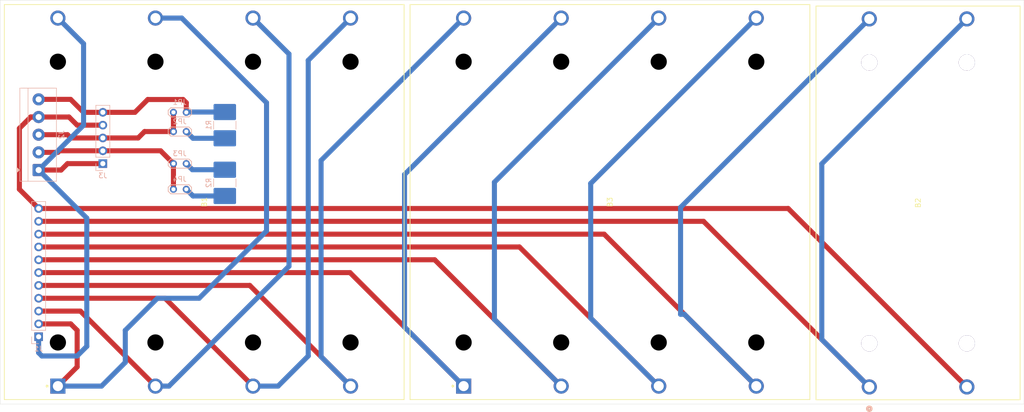
<source format=kicad_pcb>
(kicad_pcb (version 20241229) (generator "pcbnew") (generator_version "9.0")
  (layers (0 "F.Cu" signal) (2 "B.Cu" signal) (13 "F.Paste" user) (15 "B.Paste" user) (5 "F.SilkS" user "F.Silkscreen") (7 "B.SilkS" user "B.Silkscreen") (1 "F.Mask" user) (3 "B.Mask" user) (25 "Edge.Cuts" user))
  (net 0 "")
  (net 1 "Net-(J1-B3)")
  (net 2 "Net-(J1-B2)")
  (net 3 "Net-(J1-B1)")
  (net 4 "Net-(J1-B4)")
  (net 5 "Net-(J1-B-)")
  (net 6 "Net-(J1-B+)")
  (net 7 "Net-(J1-B9)")
  (net 8 "Net-(J1-B8)")
  (net 9 "Net-(J1-B7)")
  (net 10 "Net-(J1-B5)")
  (net 11 "Net-(J1-B6)")
  (net 12 "Net-(J2-P-)")
  (net 13 "Net-(J2-C-)")
  (net 14 "Net-(J2-GND)")
  (net 15 "Net-(JP2-A)")
  (net 16 "Net-(JP4-A)")
  (footprint "BAT8:BK-18650-PC8_MPD" (layer "F.Cu") (at 68.58 102.490005 90)
    (property "Reference" "B1" (at 36.450005 28.950007 90) (layer "F.SilkS"))
    (property "Value" "BK-18650-PC8")
    (fp_line (start 75.566005 -10.597793) (end -2.665995 -10.597793) (stroke (width 0.1524)) (layer "F.SilkS"))
    (fp_line (start -2.665995 -10.597793) (end -2.665995 68.497807) (stroke (width 0.1524)) (layer "F.SilkS"))
    (fp_line (start 75.566005 68.497807) (end 75.566005 -10.597793) (stroke (width 0.1524)) (layer "F.SilkS"))
    (fp_line (start -2.665995 68.497807) (end 75.566005 68.497807) (stroke (width 0.1524)) (layer "F.SilkS"))
    (fp_text user "*" (at 0 -1.8161 90) (layer "F.SilkS"))
    (fp_text user "*" (at 0 -1.8161 90) (layer "F.SilkS"))
    (pad "" np_thru_hole circle (at 8.644999 0 90) (size 3.2004 3.2004) (drill 3.2004) (layers))
    (pad "" np_thru_hole circle (at 8.644999 19.3 90) (size 3.2004 3.2004) (drill 3.2004) (layers))
    (pad "" np_thru_hole circle (at 8.644999 38.6 90) (size 3.2004 3.2004) (drill 3.2004) (layers))
    (pad "" np_thru_hole circle (at 8.644999 57.899999 90) (size 3.2004 3.2004) (drill 3.2004) (layers))
    (pad "" np_thru_hole circle (at 64.25501 0 90) (size 3.2004 3.2004) (drill 3.2004) (layers))
    (pad "" np_thru_hole circle (at 64.25501 19.300013 90) (size 3.2004 3.2004) (drill 3.2004) (layers))
    (pad "" np_thru_hole circle (at 64.25501 38.600013 90) (size 3.2004 3.2004) (drill 3.2004) (layers))
    (pad "" np_thru_hole circle (at 64.25501 57.900012 90) (size 3.2004 3.2004) (drill 3.2004) (layers))
    (pad "1" thru_hole rect (at 0 0 90) (size 3 3) (drill 2) (layers "*.Cu" "*.Mask") (net 3 "Net-(J1-B1)"))
    (pad "2" thru_hole circle (at 0 19.3 90) (size 3 3) (drill 2) (layers "*.Cu" "*.Mask") (net 2 "Net-(J1-B2)"))
    (pad "3" thru_hole circle (at 0 38.6 90) (size 3 3) (drill 2) (layers "*.Cu" "*.Mask") (net 1 "Net-(J1-B3)"))
    (pad "4" thru_hole circle (at 0 57.899999 90) (size 3 3) (drill 2) (layers "*.Cu" "*.Mask") (net 4 "Net-(J1-B4)"))
    (pad "5" thru_hole circle (at 72.90001 57.900012 90) (size 3 3) (drill 2) (layers "*.Cu" "*.Mask") (net 1 "Net-(J1-B3)"))
    (pad "6" thru_hole circle (at 72.90001 38.600013 90) (size 3 3) (drill 2) (layers "*.Cu" "*.Mask") (net 2 "Net-(J1-B2)"))
    (pad "7" thru_hole circle (at 72.90001 19.300013 90) (size 3 3) (drill 2) (layers "*.Cu" "*.Mask") (net 3 "Net-(J1-B1)"))
    (pad "8" thru_hole circle (at 72.90001 0 90) (size 3 3) (drill 2) (layers "*.Cu" "*.Mask") (net 5 "Net-(J1-B-)"))
  )
  (footprint "BAT4:BK-18650-PC4_MPD" (layer "F.Cu") (at 229.109999 102.655117 90)
    (property "Reference" "B2" (at 36.450017 9.650001 90) (layer "F.SilkS"))
    (property "Value" "BK-18650-PC4")
    (fp_line (start 75.439017 -10.542999) (end -2.538983 -10.542999) (stroke (width 0.1524)) (layer "F.SilkS"))
    (fp_line (start -2.538983 -10.542999) (end -2.538983 29.843001) (stroke (width 0.1524)) (layer "F.SilkS"))
    (fp_line (start 75.439017 29.843001) (end 75.439017 -10.542999) (stroke (width 0.1524)) (layer "F.SilkS"))
    (fp_line (start -2.538983 29.843001) (end 75.439017 29.843001) (stroke (width 0.1524)) (layer "F.SilkS"))
    (fp_circle (center -4.316983 0) (end -3.935983 0) (stroke (width 0.508)) (fill no) (layer "F.SilkS"))
    (fp_circle (center -4.316983 0) (end -3.935983 0) (stroke (width 0.508)) (fill no) (layer "B.SilkS"))
    (pad "1" thru_hole circle (at 0 0 90) (size 3 3) (drill 2) (layers "*.Cu" "*.Mask") (net 7 "Net-(J1-B9)"))
    (pad "2" thru_hole circle (at 0 19.300002 90) (size 3 3) (drill 2) (layers "*.Cu" "*.Mask") (net 6 "Net-(J1-B+)"))
    (pad "3" thru_hole circle (at 72.900023 19.300002 90) (size 3 3) (drill 2) (layers "*.Cu" "*.Mask") (net 7 "Net-(J1-B9)"))
    (pad "4" thru_hole circle (at 72.900023 0 90) (size 3 3) (drill 2) (layers "*.Cu" "*.Mask") (net 8 "Net-(J1-B8)"))
    (pad "5" thru_hole circle (at 8.640014 19.300002 90) (size 3.2004 3.2004) (drill 3.2004) (layers "*.Cu" "*.Mask"))
    (pad "6" thru_hole circle (at 64.26002 19.300002 90) (size 3.2004 3.2004) (drill 3.2004) (layers "*.Cu" "*.Mask"))
    (pad "7" thru_hole circle (at 8.640014 0 90) (size 3.2004 3.2004) (drill 3.2004) (layers "*.Cu" "*.Mask"))
    (pad "8" thru_hole circle (at 64.26002 0 90) (size 3.2004 3.2004) (drill 3.2004) (layers "*.Cu" "*.Mask"))
  )
  (footprint "BAT8:BK-18650-PC8_MPD" (layer "F.Cu") (at 148.849993 102.490005 90)
    (property "Reference" "B3" (at 36.450005 28.950007 90) (layer "F.SilkS"))
    (property "Value" "BK-18650-PC8")
    (fp_line (start 75.566005 -10.597793) (end -2.665995 -10.597793) (stroke (width 0.1524)) (layer "F.SilkS"))
    (fp_line (start -2.665995 -10.597793) (end -2.665995 68.497807) (stroke (width 0.1524)) (layer "F.SilkS"))
    (fp_line (start 75.566005 68.497807) (end 75.566005 -10.597793) (stroke (width 0.1524)) (layer "F.SilkS"))
    (fp_line (start -2.665995 68.497807) (end 75.566005 68.497807) (stroke (width 0.1524)) (layer "F.SilkS"))
    (fp_text user "*" (at 0 -1.8161 90) (layer "F.SilkS"))
    (fp_text user "*" (at 0 -1.8161 90) (layer "F.SilkS"))
    (pad "" np_thru_hole circle (at 8.644999 0 90) (size 3.2004 3.2004) (drill 3.2004) (layers))
    (pad "" np_thru_hole circle (at 8.644999 19.3 90) (size 3.2004 3.2004) (drill 3.2004) (layers))
    (pad "" np_thru_hole circle (at 8.644999 38.6 90) (size 3.2004 3.2004) (drill 3.2004) (layers))
    (pad "" np_thru_hole circle (at 8.644999 57.899999 90) (size 3.2004 3.2004) (drill 3.2004) (layers))
    (pad "" np_thru_hole circle (at 64.25501 0 90) (size 3.2004 3.2004) (drill 3.2004) (layers))
    (pad "" np_thru_hole circle (at 64.25501 19.300013 90) (size 3.2004 3.2004) (drill 3.2004) (layers))
    (pad "" np_thru_hole circle (at 64.25501 38.600013 90) (size 3.2004 3.2004) (drill 3.2004) (layers))
    (pad "" np_thru_hole circle (at 64.25501 57.900012 90) (size 3.2004 3.2004) (drill 3.2004) (layers))
    (pad "1" thru_hole rect (at 0 0 90) (size 3 3) (drill 2) (layers "*.Cu" "*.Mask") (net 10 "Net-(J1-B5)"))
    (pad "2" thru_hole circle (at 0 19.3 90) (size 3 3) (drill 2) (layers "*.Cu" "*.Mask") (net 11 "Net-(J1-B6)"))
    (pad "3" thru_hole circle (at 0 38.6 90) (size 3 3) (drill 2) (layers "*.Cu" "*.Mask") (net 9 "Net-(J1-B7)"))
    (pad "4" thru_hole circle (at 0 57.899999 90) (size 3 3) (drill 2) (layers "*.Cu" "*.Mask") (net 8 "Net-(J1-B8)"))
    (pad "5" thru_hole circle (at 72.90001 57.900012 90) (size 3 3) (drill 2) (layers "*.Cu" "*.Mask") (net 9 "Net-(J1-B7)"))
    (pad "6" thru_hole circle (at 72.90001 38.600013 90) (size 3 3) (drill 2) (layers "*.Cu" "*.Mask") (net 11 "Net-(J1-B6)"))
    (pad "7" thru_hole circle (at 72.90001 19.300013 90) (size 3 3) (drill 2) (layers "*.Cu" "*.Mask") (net 10 "Net-(J1-B5)"))
    (pad "8" thru_hole circle (at 72.90001 0 90) (size 3 3) (drill 2) (layers "*.Cu" "*.Mask") (net 4 "Net-(J1-B4)"))
  )
  (footprint "Resistor_SMD:R_2816_7142Metric_Pad3.20x4.45mm_HandSolder" (layer "B.Cu") (at 101.6 62.23 -90)
    (property "Reference" "R2" (at 0 3.18 90) (layer "B.SilkS") (effects (justify mirror)))
    (property "Value" "R")
    (fp_line (start -0.797369 2.21) (end 0.797369 2.21) (stroke (width 0.12)) (layer "B.SilkS"))
    (fp_line (start -0.797369 -2.21) (end 0.797369 -2.21) (stroke (width 0.12)) (layer "B.SilkS"))
    (pad "1" smd roundrect (at -2.6 0 270) (size 3.2 4.45) (layers "B.Cu" "B.Mask" "B.Paste") (roundrect_rratio 0.078125) (net 14 "Net-(J2-GND)"))
    (pad "2" smd roundrect (at 2.6 0 270) (size 3.2 4.45) (layers "B.Cu" "B.Mask" "B.Paste") (roundrect_rratio 0.078125) (net 16 "Net-(JP4-A)"))
  )
  (footprint "TestPoint:TestPoint_2Pads_Pitch2.54mm_Drill0.8mm" (layer "B.Cu") (at 93.98 52.07 180)
    (property "Reference" "JP2" (at 1.3 2 0) (layer "B.SilkS") (effects (justify mirror)))
    (property "Value" "Jumper_2_Open")
    (fp_line (start 3.57 0.4) (end 3.57 -0.4) (stroke (width 0.15)) (layer "B.SilkS"))
    (fp_line (start 3.57 -0.4) (end 3.07 -0.9) (stroke (width 0.15)) (layer "B.SilkS"))
    (fp_line (start 3.07 0.9) (end 3.57 0.4) (stroke (width 0.15)) (layer "B.SilkS"))
    (fp_line (start 3.07 -0.9) (end -0.53 -0.9) (stroke (width 0.15)) (layer "B.SilkS"))
    (fp_line (start -0.53 0.9) (end 3.07 0.9) (stroke (width 0.15)) (layer "B.SilkS"))
    (fp_line (start -0.53 -0.9) (end -1.03 -0.4) (stroke (width 0.15)) (layer "B.SilkS"))
    (fp_line (start -1.03 0.4) (end -0.53 0.9) (stroke (width 0.15)) (layer "B.SilkS"))
    (fp_line (start -1.03 -0.4) (end -1.03 0.4) (stroke (width 0.15)) (layer "B.SilkS"))
    (pad "1" thru_hole circle (at 0 0 180) (size 1.4 1.4) (drill 0.8) (layers "*.Cu" "*.Mask") (net 15 "Net-(JP2-A)"))
    (pad "2" thru_hole circle (at 2.54 0 180) (size 1.4 1.4) (drill 0.8) (layers "*.Cu" "*.Mask") (net 12 "Net-(J2-P-)"))
  )
  (footprint "TestPoint:TestPoint_2Pads_Pitch2.54mm_Drill0.8mm" (layer "B.Cu") (at 93.98 63.5 180)
    (property "Reference" "JP4" (at 1.3 2 0) (layer "B.SilkS") (effects (justify mirror)))
    (property "Value" "Jumper_2_Open")
    (fp_line (start 3.57 0.4) (end 3.57 -0.4) (stroke (width 0.15)) (layer "B.SilkS"))
    (fp_line (start 3.57 -0.4) (end 3.07 -0.9) (stroke (width 0.15)) (layer "B.SilkS"))
    (fp_line (start 3.07 0.9) (end 3.57 0.4) (stroke (width 0.15)) (layer "B.SilkS"))
    (fp_line (start 3.07 -0.9) (end -0.53 -0.9) (stroke (width 0.15)) (layer "B.SilkS"))
    (fp_line (start -0.53 0.9) (end 3.07 0.9) (stroke (width 0.15)) (layer "B.SilkS"))
    (fp_line (start -0.53 -0.9) (end -1.03 -0.4) (stroke (width 0.15)) (layer "B.SilkS"))
    (fp_line (start -1.03 0.4) (end -0.53 0.9) (stroke (width 0.15)) (layer "B.SilkS"))
    (fp_line (start -1.03 -0.4) (end -1.03 0.4) (stroke (width 0.15)) (layer "B.SilkS"))
    (pad "1" thru_hole circle (at 0 0 180) (size 1.4 1.4) (drill 0.8) (layers "*.Cu" "*.Mask") (net 16 "Net-(JP4-A)"))
    (pad "2" thru_hole circle (at 2.54 0 180) (size 1.4 1.4) (drill 0.8) (layers "*.Cu" "*.Mask") (net 13 "Net-(J2-C-)"))
  )
  (footprint "Connector_PinHeader_2.54mm:PinHeader_1x05_P2.54mm_Vertical" (layer "B.Cu") (at 77.47 58.42)
    (property "Reference" "J3" (at 0 2.38 0) (layer "B.SilkS") (effects (justify mirror)))
    (property "Value" "Conn_01x05_Socket")
    (fp_line (start -1.38 -11.54) (end 1.38 -11.54) (stroke (width 0.12)) (layer "B.SilkS"))
    (fp_line (start -1.38 -1.27) (end -1.38 -11.54) (stroke (width 0.12)) (layer "B.SilkS"))
    (fp_line (start -1.38 -1.27) (end 1.38 -1.27) (stroke (width 0.12)) (layer "B.SilkS"))
    (fp_line (start -1.38 0) (end -1.38 1.38) (stroke (width 0.12)) (layer "B.SilkS"))
    (fp_line (start -1.38 1.38) (end 0 1.38) (stroke (width 0.12)) (layer "B.SilkS"))
    (fp_line (start 1.38 -1.27) (end 1.38 -11.54) (stroke (width 0.12)) (layer "B.SilkS"))
    (pad "1" thru_hole rect (at 0 0) (size 1.7 1.7) (drill 1) (layers "*.Cu" "*.Mask") (net 5 "Net-(J1-B-)"))
    (pad "2" thru_hole circle (at 0 -2.54) (size 1.7 1.7) (drill 1) (layers "*.Cu" "*.Mask") (net 13 "Net-(J2-C-)"))
    (pad "3" thru_hole circle (at 0 -5.08) (size 1.7 1.7) (drill 1) (layers "*.Cu" "*.Mask") (net 12 "Net-(J2-P-)"))
    (pad "4" thru_hole circle (at 0 -7.62) (size 1.7 1.7) (drill 1) (layers "*.Cu" "*.Mask") (net 6 "Net-(J1-B+)"))
    (pad "5" thru_hole circle (at 0 -10.16) (size 1.7 1.7) (drill 1) (layers "*.Cu" "*.Mask") (net 14 "Net-(J2-GND)"))
  )
  (footprint "TestPoint:TestPoint_2Pads_Pitch2.54mm_Drill0.8mm" (layer "B.Cu") (at 93.98 58.42 180)
    (property "Reference" "JP3" (at 1.3 2 0) (layer "B.SilkS") (effects (justify mirror)))
    (property "Value" "Jumper_2_Open")
    (fp_line (start 3.57 0.4) (end 3.57 -0.4) (stroke (width 0.15)) (layer "B.SilkS"))
    (fp_line (start 3.57 -0.4) (end 3.07 -0.9) (stroke (width 0.15)) (layer "B.SilkS"))
    (fp_line (start 3.07 0.9) (end 3.57 0.4) (stroke (width 0.15)) (layer "B.SilkS"))
    (fp_line (start 3.07 -0.9) (end -0.53 -0.9) (stroke (width 0.15)) (layer "B.SilkS"))
    (fp_line (start -0.53 0.9) (end 3.07 0.9) (stroke (width 0.15)) (layer "B.SilkS"))
    (fp_line (start -0.53 -0.9) (end -1.03 -0.4) (stroke (width 0.15)) (layer "B.SilkS"))
    (fp_line (start -1.03 0.4) (end -0.53 0.9) (stroke (width 0.15)) (layer "B.SilkS"))
    (fp_line (start -1.03 -0.4) (end -1.03 0.4) (stroke (width 0.15)) (layer "B.SilkS"))
    (pad "1" thru_hole circle (at 0 0 180) (size 1.4 1.4) (drill 0.8) (layers "*.Cu" "*.Mask") (net 14 "Net-(J2-GND)"))
    (pad "2" thru_hole circle (at 2.54 0 180) (size 1.4 1.4) (drill 0.8) (layers "*.Cu" "*.Mask") (net 13 "Net-(J2-C-)"))
  )
  (footprint "TerminalBlock_4Ucon:TerminalBlock_4Ucon_1x05_P3.50mm_Horizontal" (layer "B.Cu") (at 64.77 59.69 90)
    (property "Reference" "J2" (at 7 4.52 90) (layer "B.SilkS") (effects (justify mirror)))
    (property "Value" "Conn_01x05_Socket")
    (fp_line (start 0.3 -3.72) (end 16.22 -3.72) (stroke (width 0.12)) (layer "B.SilkS"))
    (fp_line (start -2.22 -3.72) (end -0.3 -3.72) (stroke (width 0.12)) (layer "B.SilkS"))
    (fp_line (start -2.22 -2.1) (end 16.22 -2.1) (stroke (width 0.12)) (layer "B.SilkS"))
    (fp_line (start 16.22 3.52) (end 16.22 -3.72) (stroke (width 0.12)) (layer "B.SilkS"))
    (fp_line (start -2.22 3.52) (end -2.22 -3.72) (stroke (width 0.12)) (layer "B.SilkS"))
    (fp_line (start -2.22 3.52) (end 16.22 3.52) (stroke (width 0.12)) (layer "B.SilkS"))
    (fp_poly (pts (xy 0 -3.72) (xy 0.44 -4.33) (xy -0.44 -4.33)) (stroke (width 0.12)) (fill yes) (layer "B.SilkS"))
    (pad "1" thru_hole roundrect (at 0 0 90) (size 2.4 2.4) (drill 1.2) (layers "*.Cu" "*.Mask") (roundrect_rratio 0.104167) (net 5 "Net-(J1-B-)"))
    (pad "2" thru_hole circle (at 3.5 0 90) (size 2.4 2.4) (drill 1.2) (layers "*.Cu" "*.Mask") (net 13 "Net-(J2-C-)"))
    (pad "3" thru_hole circle (at 7 0 90) (size 2.4 2.4) (drill 1.2) (layers "*.Cu" "*.Mask") (net 12 "Net-(J2-P-)"))
    (pad "4" thru_hole circle (at 10.5 0 90) (size 2.4 2.4) (drill 1.2) (layers "*.Cu" "*.Mask") (net 6 "Net-(J1-B+)"))
    (pad "5" thru_hole circle (at 14 0 90) (size 2.4 2.4) (drill 1.2) (layers "*.Cu" "*.Mask") (net 14 "Net-(J2-GND)"))
  )
  (footprint "Resistor_SMD:R_2816_7142Metric_Pad3.20x4.45mm_HandSolder" (layer "B.Cu") (at 101.6 50.8 -90)
    (property "Reference" "R1" (at 0 3.18 90) (layer "B.SilkS") (effects (justify mirror)))
    (property "Value" "R")
    (fp_line (start -0.797369 2.21) (end 0.797369 2.21) (stroke (width 0.12)) (layer "B.SilkS"))
    (fp_line (start -0.797369 -2.21) (end 0.797369 -2.21) (stroke (width 0.12)) (layer "B.SilkS"))
    (pad "1" smd roundrect (at -2.6 0 270) (size 3.2 4.45) (layers "B.Cu" "B.Mask" "B.Paste") (roundrect_rratio 0.078125) (net 14 "Net-(J2-GND)"))
    (pad "2" smd roundrect (at 2.6 0 270) (size 3.2 4.45) (layers "B.Cu" "B.Mask" "B.Paste") (roundrect_rratio 0.078125) (net 15 "Net-(JP2-A)"))
  )
  (footprint "Connector_PinHeader_2.54mm:PinHeader_1x11_P2.54mm_Vertical" (layer "B.Cu") (at 64.77 92.71)
    (property "Reference" "J1" (at 0 2.38 0) (layer "B.SilkS") (effects (justify mirror)))
    (property "Value" "Conn_01x11_Socket")
    (fp_line (start -1.38 -26.78) (end 1.38 -26.78) (stroke (width 0.12)) (layer "B.SilkS"))
    (fp_line (start -1.38 -1.27) (end -1.38 -26.78) (stroke (width 0.12)) (layer "B.SilkS"))
    (fp_line (start -1.38 -1.27) (end 1.38 -1.27) (stroke (width 0.12)) (layer "B.SilkS"))
    (fp_line (start -1.38 0) (end -1.38 1.38) (stroke (width 0.12)) (layer "B.SilkS"))
    (fp_line (start -1.38 1.38) (end 0 1.38) (stroke (width 0.12)) (layer "B.SilkS"))
    (fp_line (start 1.38 -1.27) (end 1.38 -26.78) (stroke (width 0.12)) (layer "B.SilkS"))
    (pad "1" thru_hole rect (at 0 0) (size 1.7 1.7) (drill 1) (layers "*.Cu" "*.Mask") (net 5 "Net-(J1-B-)"))
    (pad "2" thru_hole circle (at 0 -2.54) (size 1.7 1.7) (drill 1) (layers "*.Cu" "*.Mask") (net 3 "Net-(J1-B1)"))
    (pad "3" thru_hole circle (at 0 -5.08) (size 1.7 1.7) (drill 1) (layers "*.Cu" "*.Mask") (net 2 "Net-(J1-B2)"))
    (pad "4" thru_hole circle (at 0 -7.62) (size 1.7 1.7) (drill 1) (layers "*.Cu" "*.Mask") (net 1 "Net-(J1-B3)"))
    (pad "5" thru_hole circle (at 0 -10.16) (size 1.7 1.7) (drill 1) (layers "*.Cu" "*.Mask") (net 4 "Net-(J1-B4)"))
    (pad "6" thru_hole circle (at 0 -12.7) (size 1.7 1.7) (drill 1) (layers "*.Cu" "*.Mask") (net 10 "Net-(J1-B5)"))
    (pad "7" thru_hole circle (at 0 -15.24) (size 1.7 1.7) (drill 1) (layers "*.Cu" "*.Mask") (net 11 "Net-(J1-B6)"))
    (pad "8" thru_hole circle (at 0 -17.78) (size 1.7 1.7) (drill 1) (layers "*.Cu" "*.Mask") (net 9 "Net-(J1-B7)"))
    (pad "9" thru_hole circle (at 0 -20.32) (size 1.7 1.7) (drill 1) (layers "*.Cu" "*.Mask") (net 8 "Net-(J1-B8)"))
    (pad "10" thru_hole circle (at 0 -22.86) (size 1.7 1.7) (drill 1) (layers "*.Cu" "*.Mask") (net 7 "Net-(J1-B9)"))
    (pad "11" thru_hole circle (at 0 -25.4) (size 1.7 1.7) (drill 1) (layers "*.Cu" "*.Mask") (net 6 "Net-(J1-B+)"))
  )
  (footprint "TestPoint:TestPoint_2Pads_Pitch2.54mm_Drill0.8mm" (layer "B.Cu") (at 93.98 48.26 180)
    (property "Reference" "JP1" (at 1.3 2 0) (layer "B.SilkS") (effects (justify mirror)))
    (property "Value" "Jumper_2_Open")
    (fp_line (start 3.57 0.4) (end 3.57 -0.4) (stroke (width 0.15)) (layer "B.SilkS"))
    (fp_line (start 3.57 -0.4) (end 3.07 -0.9) (stroke (width 0.15)) (layer "B.SilkS"))
    (fp_line (start 3.07 0.9) (end 3.57 0.4) (stroke (width 0.15)) (layer "B.SilkS"))
    (fp_line (start 3.07 -0.9) (end -0.53 -0.9) (stroke (width 0.15)) (layer "B.SilkS"))
    (fp_line (start -0.53 0.9) (end 3.07 0.9) (stroke (width 0.15)) (layer "B.SilkS"))
    (fp_line (start -0.53 -0.9) (end -1.03 -0.4) (stroke (width 0.15)) (layer "B.SilkS"))
    (fp_line (start -1.03 0.4) (end -0.53 0.9) (stroke (width 0.15)) (layer "B.SilkS"))
    (fp_line (start -1.03 -0.4) (end -1.03 0.4) (stroke (width 0.15)) (layer "B.SilkS"))
    (pad "1" thru_hole circle (at 0 0 180) (size 1.4 1.4) (drill 0.8) (layers "*.Cu" "*.Mask") (net 14 "Net-(J2-GND)"))
    (pad "2" thru_hole circle (at 2.54 0 180) (size 1.4 1.4) (drill 0.8) (layers "*.Cu" "*.Mask") (net 12 "Net-(J2-P-)"))
  )
  (gr_rect (start 57.15 26.035) (end 259.715 106.045) (stroke (width 0.05)) (fill no) (layer "Edge.Cuts"))
  (segment (start 64.77 85.09) (end 89.779995 85.09) (width 1) (layer "F.Cu") (net 1))
  (segment (start 89.779995 85.09) (end 107.18 102.490005) (width 1) (layer "F.Cu") (net 1))
  (segment (start 118.11 96.52) (end 118.11 37.960007) (width 1) (layer "B.Cu") (net 1))
  (segment (start 107.18 102.490005) (end 112.139995 102.490005) (width 1) (layer "B.Cu") (net 1))
  (segment (start 112.139995 102.490005) (end 118.11 96.52) (width 1) (layer "B.Cu") (net 1))
  (segment (start 118.11 37.960007) (end 126.480012 29.589995) (width 1) (layer "B.Cu") (net 1))
  (segment (start 64.77 87.63) (end 73.019995 87.63) (width 1) (layer "F.Cu") (net 2))
  (segment (start 73.019995 87.63) (end 87.88 102.490005) (width 1) (layer "F.Cu") (net 2))
  (segment (start 114.3 36.709982) (end 107.180013 29.589995) (width 1) (layer "B.Cu") (net 2))
  (segment (start 90.549995 102.490005) (end 114.3 78.74) (width 1) (layer "B.Cu") (net 2))
  (segment (start 87.88 102.490005) (end 90.549995 102.490005) (width 1) (layer "B.Cu") (net 2))
  (segment (start 114.3 78.74) (end 114.3 36.709982) (width 1) (layer "B.Cu") (net 2))
  (segment (start 72.39 91.44) (end 72.39 98.680005) (width 1) (layer "F.Cu") (net 3))
  (segment (start 64.77 90.17) (end 71.12 90.17) (width 1) (layer "F.Cu") (net 3))
  (segment (start 71.12 90.17) (end 72.39 91.44) (width 1) (layer "F.Cu") (net 3))
  (segment (start 72.39 98.680005) (end 68.58 102.490005) (width 1) (layer "F.Cu") (net 3))
  (segment (start 81.915 97.79) (end 81.915 91.44) (width 1) (layer "B.Cu") (net 3))
  (segment (start 93.089995 29.589995) (end 87.880013 29.589995) (width 1) (layer "B.Cu") (net 3))
  (segment (start 88.265 85.09) (end 96.52 85.09) (width 1) (layer "B.Cu") (net 3))
  (segment (start 77.214995 102.490005) (end 81.915 97.79) (width 1) (layer "B.Cu") (net 3))
  (segment (start 68.58 102.490005) (end 77.214995 102.490005) (width 1) (layer "B.Cu") (net 3))
  (segment (start 109.855 71.755) (end 109.855 46.355) (width 1) (layer "B.Cu") (net 3))
  (segment (start 109.855 46.355) (end 93.089995 29.589995) (width 1) (layer "B.Cu") (net 3))
  (segment (start 81.915 91.44) (end 88.265 85.09) (width 1) (layer "B.Cu") (net 3))
  (segment (start 96.52 85.09) (end 109.855 71.755) (width 1) (layer "B.Cu") (net 3))
  (segment (start 64.77 82.55) (end 106.539994 82.55) (width 1) (layer "F.Cu") (net 4))
  (segment (start 106.539994 82.55) (end 126.479999 102.490005) (width 1) (layer "F.Cu") (net 4))
  (segment (start 126.479999 102.490005) (end 120.65 96.660006) (width 1) (layer "B.Cu") (net 4))
  (segment (start 120.65 96.660006) (end 120.65 57.789988) (width 1) (layer "B.Cu") (net 4))
  (segment (start 120.65 57.789988) (end 148.849993 29.589995) (width 1) (layer "B.Cu") (net 4))
  (segment (start 69.215 59.69) (end 70.485 58.42) (width 1) (layer "F.Cu") (net 5))
  (segment (start 64.77 59.69) (end 69.215 59.69) (width 1) (layer "F.Cu") (net 5))
  (segment (start 77.47 58.42) (end 70.485 58.42) (width 1) (layer "F.Cu") (net 5))
  (segment (start 73.66 34.669995) (end 73.66 50.8) (width 1) (layer "B.Cu") (net 5))
  (segment (start 73.66 50.8) (end 64.77 59.69) (width 1) (layer "B.Cu") (net 5))
  (segment (start 64.77 95.885) (end 65.405 96.52) (width 1) (layer "B.Cu") (net 5))
  (segment (start 72.39 96.52) (end 74.295 94.615) (width 1) (layer "B.Cu") (net 5))
  (segment (start 74.295 69.215) (end 64.77 59.69) (width 1) (layer "B.Cu") (net 5))
  (segment (start 68.58 29.589995) (end 73.66 34.669995) (width 1) (layer "B.Cu") (net 5))
  (segment (start 74.295 94.615) (end 74.295 69.215) (width 1) (layer "B.Cu") (net 5))
  (segment (start 65.405 96.52) (end 72.39 96.52) (width 1) (layer "B.Cu") (net 5))
  (segment (start 64.77 92.71) (end 64.77 95.885) (width 1) (layer "B.Cu") (net 5))
  (segment (start 70.78 49.19) (end 72.39 50.8) (width 1) (layer "F.Cu") (net 6))
  (segment (start 60.96 63.5) (end 64.77 67.31) (width 1) (layer "F.Cu") (net 6))
  (segment (start 64.77 49.19) (end 63.205 49.19) (width 1) (layer "F.Cu") (net 6))
  (segment (start 213.064884 67.31) (end 248.410001 102.655117) (width 1) (layer "F.Cu") (net 6))
  (segment (start 60.96 51.435) (end 60.96 63.5) (width 1) (layer "F.Cu") (net 6))
  (segment (start 72.39 50.8) (end 77.47 50.8) (width 1) (layer "F.Cu") (net 6))
  (segment (start 64.77 49.19) (end 70.78 49.19) (width 1) (layer "F.Cu") (net 6))
  (segment (start 64.77 49.19) (end 63.16 49.19) (width 1) (layer "F.Cu") (net 6))
  (segment (start 64.77 67.31) (end 213.064884 67.31) (width 1) (layer "F.Cu") (net 6))
  (segment (start 63.205 49.19) (end 60.96 51.435) (width 1) (layer "F.Cu") (net 6))
  (segment (start 196.304882 69.85) (end 229.109999 102.655117) (width 1) (layer "F.Cu") (net 7))
  (segment (start 64.77 69.85) (end 196.304882 69.85) (width 1) (layer "F.Cu") (net 7))
  (segment (start 219.71 58.455095) (end 248.410001 29.755094) (width 1) (layer "B.Cu") (net 7))
  (segment (start 219.71 93.255118) (end 219.71 58.455095) (width 1) (layer "B.Cu") (net 7))
  (segment (start 229.109999 102.655117) (end 219.71 93.255118) (width 1) (layer "B.Cu") (net 7))
  (segment (start 176.649987 72.39) (end 206.749992 102.490005) (width 1) (layer "F.Cu") (net 8))
  (segment (start 64.77 72.39) (end 176.649987 72.39) (width 1) (layer "F.Cu") (net 8))
  (segment (start 191.77 88.265) (end 191.77 67.095093) (width 1) (layer "B.Cu") (net 8))
  (segment (start 206.749992 102.490005) (end 192.524987 88.265) (width 1) (layer "B.Cu") (net 8))
  (segment (start 192.524987 88.265) (end 191.77 88.265) (width 1) (layer "B.Cu") (net 8))
  (segment (start 191.77 67.095093) (end 229.109999 29.755094) (width 1) (layer "B.Cu") (net 8))
  (segment (start 64.77 74.93) (end 159.889988 74.93) (width 1) (layer "F.Cu") (net 9))
  (segment (start 159.889988 74.93) (end 187.449993 102.490005) (width 1) (layer "F.Cu") (net 9))
  (segment (start 173.99 62.35) (end 206.750005 29.589995) (width 1) (layer "B.Cu") (net 9))
  (segment (start 173.99 89.030012) (end 173.99 62.35) (width 1) (layer "B.Cu") (net 9))
  (segment (start 187.449993 102.490005) (end 173.99 89.030012) (width 1) (layer "B.Cu") (net 9))
  (segment (start 64.77 80.01) (end 126.369988 80.01) (width 1) (layer "F.Cu") (net 10))
  (segment (start 126.369988 80.01) (end 148.849993 102.490005) (width 1) (layer "F.Cu") (net 10))
  (segment (start 137.16 60.580001) (end 168.150006 29.589995) (width 1) (layer "B.Cu") (net 10))
  (segment (start 137.16 90.800012) (end 137.16 60.580001) (width 1) (layer "B.Cu") (net 10))
  (segment (start 148.849993 102.490005) (end 137.16 90.800012) (width 1) (layer "B.Cu") (net 10))
  (segment (start 64.77 77.47) (end 143.129988 77.47) (width 1) (layer "F.Cu") (net 11))
  (segment (start 143.129988 77.47) (end 168.149993 102.490005) (width 1) (layer "F.Cu") (net 11))
  (segment (start 154.94 89.280012) (end 154.94 62.100001) (width 1) (layer "B.Cu") (net 11))
  (segment (start 154.94 62.100001) (end 187.450006 29.589995) (width 1) (layer "B.Cu") (net 11))
  (segment (start 168.149993 102.490005) (end 154.94 89.280012) (width 1) (layer "B.Cu") (net 11))
  (segment (start 91.44 48.26) (end 91.44 52.07) (width 1) (layer "F.Cu") (net 12))
  (segment (start 85.725 52.07) (end 91.44 52.07) (width 1) (layer "F.Cu") (net 12))
  (segment (start 77.47 53.34) (end 71.135 53.34) (width 1) (layer "F.Cu") (net 12))
  (segment (start 77.47 53.34) (end 84.455 53.34) (width 1) (layer "F.Cu") (net 12))
  (segment (start 64.77 52.69) (end 70.485 52.69) (width 1) (layer "F.Cu") (net 12))
  (segment (start 71.135 53.34) (end 70.485 52.69) (width 1) (layer "F.Cu") (net 12))
  (segment (start 84.455 53.34) (end 85.725 52.07) (width 1) (layer "F.Cu") (net 12))
  (segment (start 91.44 58.42) (end 91.44 63.5) (width 1) (layer "F.Cu") (net 13))
  (segment (start 68.89 55.88) (end 68.58 56.19) (width 1) (layer "F.Cu") (net 13))
  (segment (start 88.9 55.88) (end 91.44 58.42) (width 1) (layer "F.Cu") (net 13))
  (segment (start 77.47 55.88) (end 68.89 55.88) (width 1) (layer "F.Cu") (net 13))
  (segment (start 64.77 56.19) (end 68.58 56.19) (width 1) (layer "F.Cu") (net 13))
  (segment (start 77.47 55.88) (end 88.9 55.88) (width 1) (layer "F.Cu") (net 13))
  (segment (start 64.77 45.69) (end 71.09 45.69) (width 1) (layer "F.Cu") (net 14))
  (segment (start 73.66 48.26) (end 77.47 48.26) (width 1) (layer "F.Cu") (net 14))
  (segment (start 83.82 48.26) (end 86.36 45.72) (width 1) (layer "F.Cu") (net 14))
  (segment (start 93.98 46.355) (end 93.98 48.26) (width 1) (layer "F.Cu") (net 14))
  (segment (start 77.47 48.26) (end 83.82 48.26) (width 1) (layer "F.Cu") (net 14))
  (segment (start 93.345 45.72) (end 93.98 46.355) (width 1) (layer "F.Cu") (net 14))
  (segment (start 71.09 45.69) (end 73.66 48.26) (width 1) (layer "F.Cu") (net 14))
  (segment (start 86.36 45.72) (end 93.345 45.72) (width 1) (layer "F.Cu") (net 14))
  (segment (start 94.04 48.2) (end 93.98 48.26) (width 1) (layer "B.Cu") (net 14))
  (segment (start 101.6 48.2) (end 94.04 48.2) (width 1) (layer "B.Cu") (net 14))
  (segment (start 101.6 59.63) (end 95.19 59.63) (width 1) (layer "B.Cu") (net 14))
  (segment (start 95.19 59.63) (end 93.98 58.42) (width 1) (layer "B.Cu") (net 14))
  (segment (start 95.31 53.4) (end 93.98 52.07) (width 1) (layer "B.Cu") (net 15))
  (segment (start 101.6 53.4) (end 95.31 53.4) (width 1) (layer "B.Cu") (net 15))
  (segment (start 101.6 64.83) (end 95.31 64.83) (width 1) (layer "B.Cu") (net 16))
  (segment (start 95.31 64.83) (end 93.98 63.5) (width 1) (layer "B.Cu") (net 16))
)
</source>
